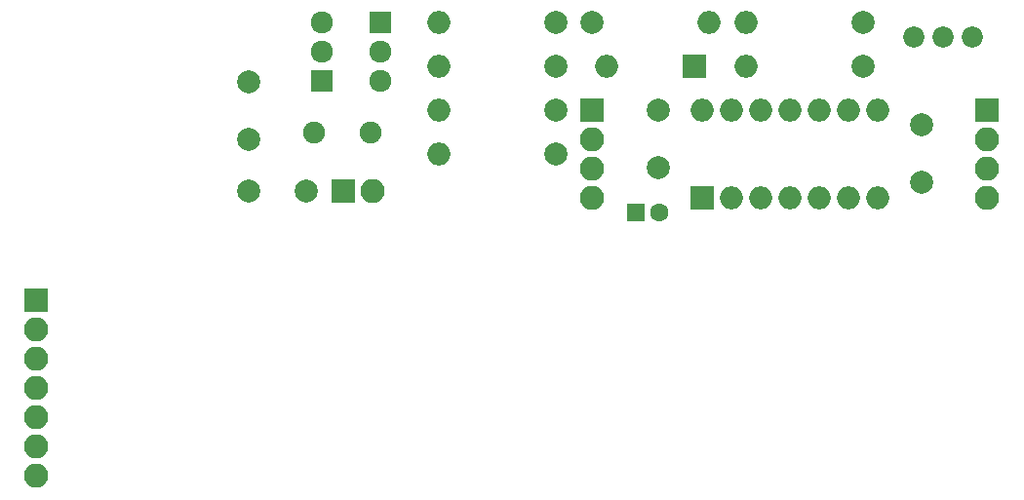
<source format=gts>
G04 #@! TF.FileFunction,Soldermask,Top*
%FSLAX46Y46*%
G04 Gerber Fmt 4.6, Leading zero omitted, Abs format (unit mm)*
G04 Created by KiCad (PCBNEW 4.0.7) date 02/20/19 17:10:50*
%MOMM*%
%LPD*%
G01*
G04 APERTURE LIST*
%ADD10C,0.100000*%
%ADD11C,2.000000*%
%ADD12R,2.100000X2.100000*%
%ADD13O,2.100000X2.100000*%
%ADD14R,1.600000X1.600000*%
%ADD15C,1.600000*%
%ADD16R,2.000000X2.000000*%
%ADD17O,2.000000X2.000000*%
%ADD18C,1.920000*%
%ADD19R,1.920000X1.920000*%
%ADD20C,1.840000*%
%ADD21C,1.900000*%
G04 APERTURE END LIST*
D10*
D11*
X112395000Y-53975000D03*
X112395000Y-58975000D03*
D12*
X58420000Y-70485000D03*
D13*
X58420000Y-73025000D03*
X58420000Y-75565000D03*
X58420000Y-78105000D03*
X58420000Y-80645000D03*
X58420000Y-83185000D03*
X58420000Y-85725000D03*
D11*
X135255000Y-55245000D03*
X135255000Y-60245000D03*
X76835000Y-56515000D03*
X76835000Y-51515000D03*
X76835000Y-60960000D03*
X81835000Y-60960000D03*
D14*
X110490000Y-62865000D03*
D15*
X112490000Y-62865000D03*
D16*
X115570000Y-50165000D03*
D17*
X107950000Y-50165000D03*
D12*
X106680000Y-53975000D03*
D13*
X106680000Y-56515000D03*
X106680000Y-59055000D03*
X106680000Y-61595000D03*
D12*
X140970000Y-53975000D03*
D13*
X140970000Y-56515000D03*
X140970000Y-59055000D03*
X140970000Y-61595000D03*
D18*
X88265000Y-48895000D03*
X88265000Y-51435000D03*
D19*
X88265000Y-46355000D03*
D18*
X83185000Y-48895000D03*
X83185000Y-46355000D03*
D19*
X83185000Y-51435000D03*
D11*
X106680000Y-46355000D03*
D17*
X116840000Y-46355000D03*
D11*
X103505000Y-57785000D03*
D17*
X93345000Y-57785000D03*
D11*
X103505000Y-46355000D03*
D17*
X93345000Y-46355000D03*
D11*
X103505000Y-50165000D03*
D17*
X93345000Y-50165000D03*
D11*
X103505000Y-53975000D03*
D17*
X93345000Y-53975000D03*
D11*
X130175000Y-50165000D03*
D17*
X120015000Y-50165000D03*
D11*
X130175000Y-46355000D03*
D17*
X120015000Y-46355000D03*
D20*
X139700000Y-47625000D03*
X137160000Y-47625000D03*
X134620000Y-47625000D03*
D16*
X116205000Y-61595000D03*
D17*
X131445000Y-53975000D03*
X118745000Y-61595000D03*
X128905000Y-53975000D03*
X121285000Y-61595000D03*
X126365000Y-53975000D03*
X123825000Y-61595000D03*
X123825000Y-53975000D03*
X126365000Y-61595000D03*
X121285000Y-53975000D03*
X128905000Y-61595000D03*
X118745000Y-53975000D03*
X131445000Y-61595000D03*
X116205000Y-53975000D03*
D21*
X82550000Y-55880000D03*
X87430000Y-55880000D03*
D12*
X85090000Y-60960000D03*
D13*
X87630000Y-60960000D03*
M02*

</source>
